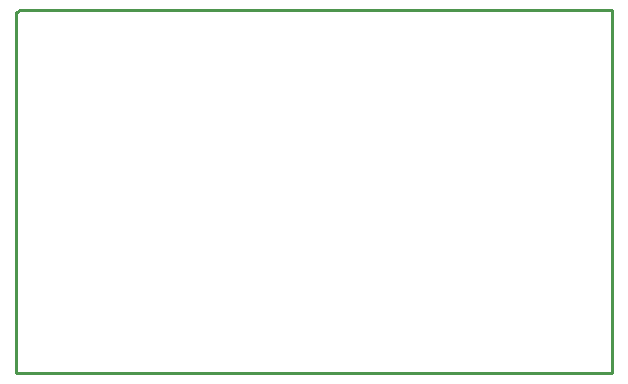
<source format=gko>
G04 Layer: BoardOutline*
G04 EasyEDA v6.4.20.6, 2021-08-18T22:01:06+01:00*
G04 0f83d257b5034ebfbbe3f03d496d4c61,10*
G04 Gerber Generator version 0.2*
G04 Scale: 100 percent, Rotated: No, Reflected: No *
G04 Dimensions in millimeters *
G04 leading zeros omitted , absolute positions ,4 integer and 5 decimal *
%FSLAX45Y45*%
%MOMM*%

%ADD10C,0.2540*%
D10*
X2171700Y8648700D02*
G01*
X2159000Y8648700D01*
X2159000Y5588000D01*
X7200900Y5588000D01*
X7200900Y8661400D01*
X2184400Y8661400D01*

%LPD*%
M02*

</source>
